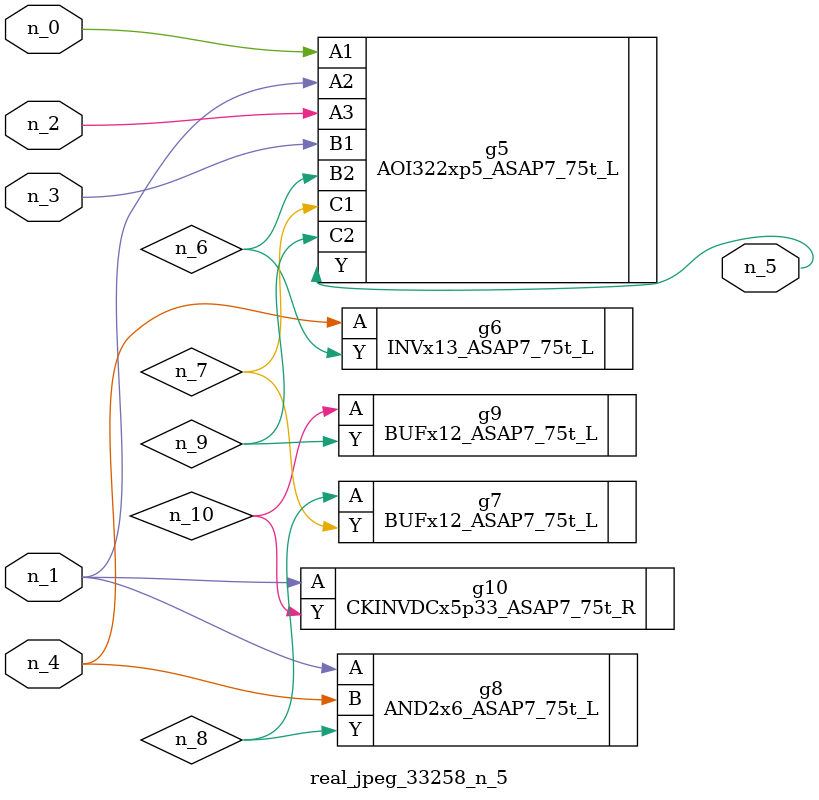
<source format=v>
module real_jpeg_33258_n_5 (n_4, n_0, n_1, n_2, n_3, n_5);

input n_4;
input n_0;
input n_1;
input n_2;
input n_3;

output n_5;

wire n_8;
wire n_6;
wire n_7;
wire n_10;
wire n_9;

AOI322xp5_ASAP7_75t_L g5 ( 
.A1(n_0),
.A2(n_1),
.A3(n_2),
.B1(n_3),
.B2(n_6),
.C1(n_7),
.C2(n_9),
.Y(n_5)
);

AND2x6_ASAP7_75t_L g8 ( 
.A(n_1),
.B(n_4),
.Y(n_8)
);

CKINVDCx5p33_ASAP7_75t_R g10 ( 
.A(n_1),
.Y(n_10)
);

INVx13_ASAP7_75t_L g6 ( 
.A(n_4),
.Y(n_6)
);

BUFx12_ASAP7_75t_L g7 ( 
.A(n_8),
.Y(n_7)
);

BUFx12_ASAP7_75t_L g9 ( 
.A(n_10),
.Y(n_9)
);


endmodule
</source>
